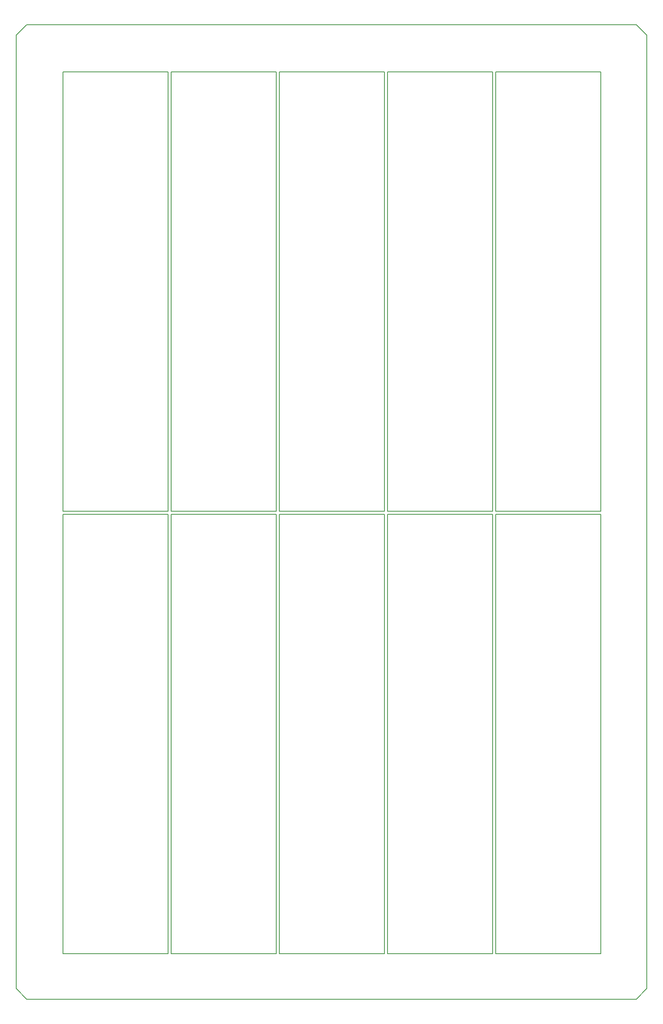
<source format=gm1>
G04*
G04 #@! TF.GenerationSoftware,Altium Limited,Altium Designer,18.1.9 (240)*
G04*
G04 Layer_Color=16711935*
%FSAX25Y25*%
%MOIN*%
G70*
G01*
G75*
%ADD55C,0.00787*%
D55*
X0749851Y1068779D02*
G03*
X0749735Y1068500I0000280J-0000280D01*
G01*
X1284664Y0237235D02*
X1293765Y0246336D01*
X0758836Y0237235D02*
X1284664D01*
X0749735Y0246336D02*
X0758836Y0237235D01*
X0749735Y1068664D02*
X0758836Y1077765D01*
X1284794D01*
X1293765Y1068794D01*
Y0246336D02*
Y1068794D01*
X0749735Y0246336D02*
Y1068664D01*
X1254000Y0276500D02*
X1163410D01*
Y0655437D01*
X1254000D02*
X1163410D01*
X1254000Y0276500D02*
Y0655437D01*
Y0658275D02*
X1163410D01*
Y1037212D01*
X1254000D02*
X1163410D01*
X1254000Y0658275D02*
Y1037212D01*
X1160651Y0276500D02*
X1070060D01*
Y0655437D01*
X1160651D02*
X1070060D01*
X1160651Y0276500D02*
Y0655437D01*
Y0658275D02*
X1070060D01*
Y1037212D01*
X1160651D02*
X1070060D01*
X1160651Y0658275D02*
Y1037212D01*
X1067301Y0276500D02*
X0976711D01*
Y0655437D01*
X1067301D02*
X0976711D01*
X1067301Y0276500D02*
Y0655437D01*
Y0658275D02*
X0976711D01*
Y1037212D01*
X1067301D02*
X0976711D01*
X1067301Y0658275D02*
Y1037212D01*
X0973952Y0276500D02*
X0883361D01*
Y0655437D01*
X0973952D02*
X0883361D01*
X0973952Y0276500D02*
Y0655437D01*
Y0658275D02*
X0883361D01*
Y1037212D01*
X0973952D02*
X0883361D01*
X0973952Y0658275D02*
Y1037212D01*
X0880602Y0276500D02*
X0790012D01*
Y0655437D01*
X0880602D02*
X0790012D01*
X0880602Y0276500D02*
Y0655437D01*
Y0658275D02*
X0790012D01*
Y1037212D01*
X0880602D02*
X0790012D01*
X0880602Y0658275D02*
Y1037212D01*
M02*

</source>
